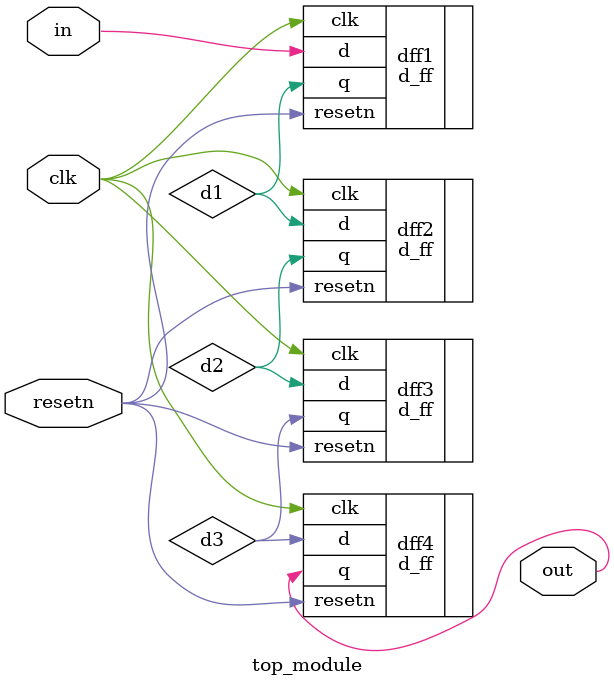
<source format=sv>
module top_module(
    input clk,
    input resetn,
    input in,
    output out
);

    wire d1, d2, d3;

    d_ff dff1(.clk(clk), .resetn(resetn), .d(in), .q(d1));
    d_ff dff2(.clk(clk), .resetn(resetn), .d(d1), .q(d2));
    d_ff dff3(.clk(clk), .resetn(resetn), .d(d2), .q(d3));
    d_ff dff4(.clk(clk), .resetn(resetn), .d(d3), .q(out));
    
endmodule

</source>
